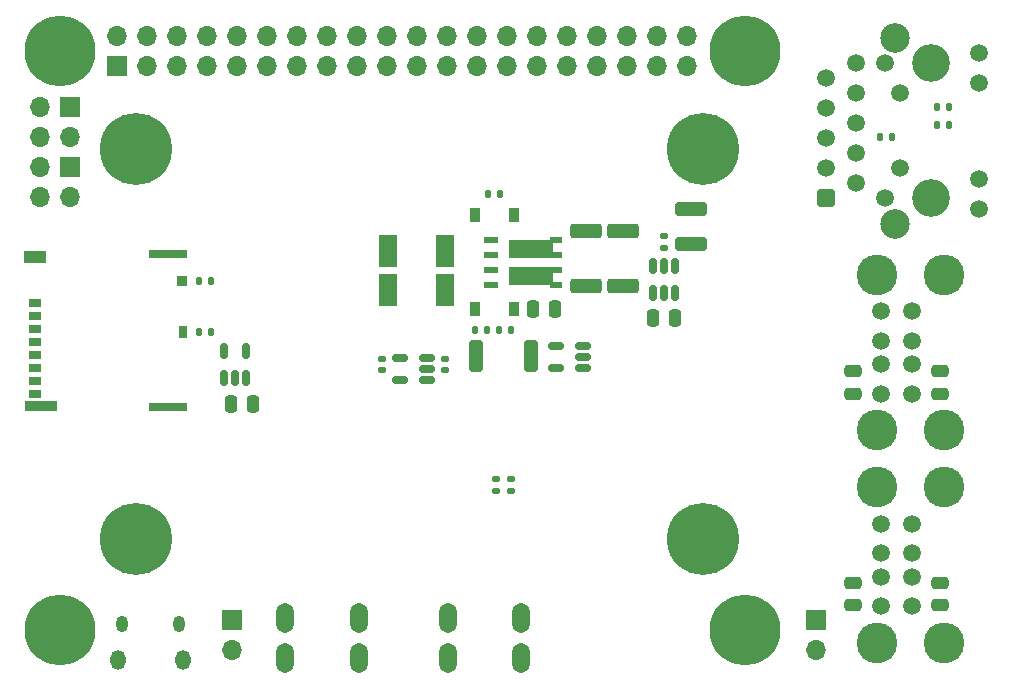
<source format=gbs>
G04 #@! TF.GenerationSoftware,KiCad,Pcbnew,(6.0.2-0)*
G04 #@! TF.CreationDate,2022-04-26T16:32:33-05:00*
G04 #@! TF.ProjectId,Pi2CM4,50693243-4d34-42e6-9b69-6361645f7063,rev?*
G04 #@! TF.SameCoordinates,Original*
G04 #@! TF.FileFunction,Soldermask,Bot*
G04 #@! TF.FilePolarity,Negative*
%FSLAX46Y46*%
G04 Gerber Fmt 4.6, Leading zero omitted, Abs format (unit mm)*
G04 Created by KiCad (PCBNEW (6.0.2-0)) date 2022-04-26 16:32:33*
%MOMM*%
%LPD*%
G01*
G04 APERTURE LIST*
G04 Aperture macros list*
%AMRoundRect*
0 Rectangle with rounded corners*
0 $1 Rounding radius*
0 $2 $3 $4 $5 $6 $7 $8 $9 X,Y pos of 4 corners*
0 Add a 4 corners polygon primitive as box body*
4,1,4,$2,$3,$4,$5,$6,$7,$8,$9,$2,$3,0*
0 Add four circle primitives for the rounded corners*
1,1,$1+$1,$2,$3*
1,1,$1+$1,$4,$5*
1,1,$1+$1,$6,$7*
1,1,$1+$1,$8,$9*
0 Add four rect primitives between the rounded corners*
20,1,$1+$1,$2,$3,$4,$5,0*
20,1,$1+$1,$4,$5,$6,$7,0*
20,1,$1+$1,$6,$7,$8,$9,0*
20,1,$1+$1,$8,$9,$2,$3,0*%
G04 Aperture macros list end*
%ADD10RoundRect,0.250000X-0.250000X-0.475000X0.250000X-0.475000X0.250000X0.475000X-0.250000X0.475000X0*%
%ADD11RoundRect,0.250000X-1.075000X0.362500X-1.075000X-0.362500X1.075000X-0.362500X1.075000X0.362500X0*%
%ADD12RoundRect,0.250000X-0.362500X-1.075000X0.362500X-1.075000X0.362500X1.075000X-0.362500X1.075000X0*%
%ADD13RoundRect,0.250000X1.075000X-0.362500X1.075000X0.362500X-1.075000X0.362500X-1.075000X-0.362500X0*%
%ADD14RoundRect,0.150000X0.512500X0.150000X-0.512500X0.150000X-0.512500X-0.150000X0.512500X-0.150000X0*%
%ADD15RoundRect,0.150000X0.150000X-0.512500X0.150000X0.512500X-0.150000X0.512500X-0.150000X-0.512500X0*%
%ADD16O,1.500000X2.550000*%
%ADD17RoundRect,0.140000X-0.170000X0.140000X-0.170000X-0.140000X0.170000X-0.140000X0.170000X0.140000X0*%
%ADD18RoundRect,0.135000X-0.135000X-0.185000X0.135000X-0.185000X0.135000X0.185000X-0.135000X0.185000X0*%
%ADD19C,6.000000*%
%ADD20RoundRect,0.250000X0.475000X-0.250000X0.475000X0.250000X-0.475000X0.250000X-0.475000X-0.250000X0*%
%ADD21R,0.900000X1.200000*%
%ADD22RoundRect,0.135000X0.135000X0.185000X-0.135000X0.185000X-0.135000X-0.185000X0.135000X-0.185000X0*%
%ADD23C,3.200000*%
%ADD24RoundRect,0.250500X0.499500X-0.499500X0.499500X0.499500X-0.499500X0.499500X-0.499500X-0.499500X0*%
%ADD25C,1.500000*%
%ADD26C,2.500000*%
%ADD27C,3.450000*%
%ADD28R,1.700000X1.700000*%
%ADD29O,1.700000X1.700000*%
%ADD30C,6.100000*%
%ADD31RoundRect,0.250000X1.100000X-0.325000X1.100000X0.325000X-1.100000X0.325000X-1.100000X-0.325000X0*%
%ADD32O,1.300000X1.700000*%
%ADD33O,1.000000X1.400000*%
%ADD34RoundRect,0.250000X0.250000X0.475000X-0.250000X0.475000X-0.250000X-0.475000X0.250000X-0.475000X0*%
%ADD35RoundRect,0.135000X0.185000X-0.135000X0.185000X0.135000X-0.185000X0.135000X-0.185000X-0.135000X0*%
%ADD36R,1.500000X2.700000*%
%ADD37RoundRect,0.135000X-0.185000X0.135000X-0.185000X-0.135000X0.185000X-0.135000X0.185000X0.135000X0*%
%ADD38RoundRect,0.140000X-0.140000X-0.170000X0.140000X-0.170000X0.140000X0.170000X-0.140000X0.170000X0*%
%ADD39R,1.270000X0.610000*%
%ADD40R,1.020000X0.610000*%
%ADD41R,3.810000X1.650000*%
%ADD42R,1.100000X0.700000*%
%ADD43R,0.930000X0.900000*%
%ADD44R,0.780000X1.050000*%
%ADD45R,3.330000X0.700000*%
%ADD46R,2.800000X0.860000*%
%ADD47R,1.830000X1.140000*%
G04 APERTURE END LIST*
D10*
X63567000Y-45339000D03*
X65467000Y-45339000D03*
D11*
X68072000Y-38708500D03*
X68072000Y-43333500D03*
D12*
X58774500Y-49276000D03*
X63399500Y-49276000D03*
D13*
X71247000Y-38708500D03*
X71247000Y-43333500D03*
D14*
X67812500Y-48453000D03*
X67812500Y-49403000D03*
X67812500Y-50353000D03*
X65537500Y-50353000D03*
X65537500Y-48453000D03*
D15*
X39304000Y-51175500D03*
X38354000Y-51175500D03*
X37404000Y-51175500D03*
X37404000Y-48900500D03*
X39304000Y-48900500D03*
D16*
X62600000Y-71470000D03*
X62600000Y-74830000D03*
X56400000Y-71470000D03*
X56400000Y-74830000D03*
D17*
X50800000Y-49558000D03*
X50800000Y-50518000D03*
D18*
X60704000Y-47117000D03*
X61724000Y-47117000D03*
D19*
X81500000Y-23500000D03*
D20*
X90678000Y-70419000D03*
X90678000Y-68519000D03*
D21*
X61976000Y-37338000D03*
X58676000Y-37338000D03*
D22*
X60836000Y-35560000D03*
X59816000Y-35560000D03*
D23*
X97250000Y-24535000D03*
X97250000Y-35965000D03*
D24*
X88360000Y-35965000D03*
D25*
X90900000Y-34695000D03*
X88360000Y-33425000D03*
X90900000Y-32155000D03*
X88360000Y-30885000D03*
X90900000Y-29615000D03*
X88360000Y-28345000D03*
X90900000Y-27075000D03*
X88360000Y-25805000D03*
X90900000Y-24535000D03*
X93420000Y-35965000D03*
X94690000Y-33425000D03*
X94690000Y-27075000D03*
X93420000Y-24535000D03*
X101310000Y-36880000D03*
X101310000Y-34340000D03*
X101310000Y-26160000D03*
X101310000Y-23620000D03*
D26*
X94200000Y-38125000D03*
X94200000Y-22375000D03*
D20*
X98044000Y-52512000D03*
X98044000Y-50612000D03*
D19*
X81500000Y-72500000D03*
D27*
X92680000Y-42430000D03*
X92680000Y-55570000D03*
X98360000Y-42430000D03*
X98360000Y-55570000D03*
D25*
X95650000Y-45500000D03*
X95650000Y-48000000D03*
X95650000Y-50000000D03*
X95650000Y-52500000D03*
X93030000Y-45500000D03*
X93030000Y-48000000D03*
X93030000Y-50000000D03*
X93030000Y-52500000D03*
D19*
X23500000Y-72500000D03*
D25*
X93030000Y-70500000D03*
X93030000Y-68000000D03*
X93030000Y-66000000D03*
X93030000Y-63500000D03*
X95650000Y-70500000D03*
X95650000Y-68000000D03*
X95650000Y-66000000D03*
X95650000Y-63500000D03*
D27*
X98360000Y-73570000D03*
X98360000Y-60430000D03*
X92680000Y-73570000D03*
X92680000Y-60430000D03*
D16*
X48820000Y-71470000D03*
X48820000Y-74830000D03*
X42620000Y-71470000D03*
X42620000Y-74830000D03*
D17*
X56134000Y-49558000D03*
X56134000Y-50518000D03*
D28*
X38100000Y-71623000D03*
D29*
X38100000Y-74163000D03*
D28*
X87528000Y-71628000D03*
D29*
X87528000Y-74168000D03*
D30*
X30000000Y-64760000D03*
X78000000Y-64760000D03*
X30000000Y-31760000D03*
X78000000Y-31760000D03*
D20*
X90678000Y-52512000D03*
X90678000Y-50612000D03*
D31*
X76962000Y-39829000D03*
X76962000Y-36879000D03*
D20*
X98044000Y-70419000D03*
X98044000Y-68519000D03*
D32*
X28474988Y-75030000D03*
D33*
X28774988Y-72000000D03*
D32*
X33924988Y-75030000D03*
D33*
X33624988Y-72000000D03*
D28*
X24404000Y-28214000D03*
D29*
X21864000Y-28214000D03*
X24404000Y-30754000D03*
X21864000Y-30754000D03*
D19*
X23500000Y-23500000D03*
D22*
X59692000Y-47117000D03*
X58672000Y-47117000D03*
D21*
X61976000Y-45339000D03*
X58676000Y-45339000D03*
D34*
X75626000Y-46101000D03*
X73726000Y-46101000D03*
D28*
X28369997Y-24770001D03*
D29*
X28369997Y-22230001D03*
X30909997Y-24770001D03*
X30909997Y-22230001D03*
X33449997Y-24770001D03*
X33449997Y-22230001D03*
X35989997Y-24770001D03*
X35989997Y-22230001D03*
X38529997Y-24770001D03*
X38529997Y-22230001D03*
X41069997Y-24770001D03*
X41069997Y-22230001D03*
X43609997Y-24770001D03*
X43609997Y-22230001D03*
X46149997Y-24770001D03*
X46149997Y-22230001D03*
X48689997Y-24770001D03*
X48689997Y-22230001D03*
X51229997Y-24770001D03*
X51229997Y-22230001D03*
X53769997Y-24770001D03*
X53769997Y-22230001D03*
X56309997Y-24770001D03*
X56309997Y-22230001D03*
X58849997Y-24770001D03*
X58849997Y-22230001D03*
X61389997Y-24770001D03*
X61389997Y-22230001D03*
X63929997Y-24770001D03*
X63929997Y-22230001D03*
X66469997Y-24770001D03*
X66469997Y-22230001D03*
X69009997Y-24770001D03*
X69009997Y-22230001D03*
X71549997Y-24770001D03*
X71549997Y-22230001D03*
X74089997Y-24770001D03*
X74089997Y-22230001D03*
X76629997Y-24770001D03*
X76629997Y-22230001D03*
D15*
X75626000Y-43936500D03*
X74676000Y-43936500D03*
X73726000Y-43936500D03*
X73726000Y-41661500D03*
X74676000Y-41661500D03*
X75626000Y-41661500D03*
D35*
X74676000Y-40134000D03*
X74676000Y-39114000D03*
D28*
X24404000Y-33294000D03*
D29*
X21864000Y-33294000D03*
X24404000Y-35834000D03*
X21864000Y-35834000D03*
D14*
X54604500Y-49469000D03*
X54604500Y-50419000D03*
X54604500Y-51369000D03*
X52329500Y-51369000D03*
X52329500Y-49469000D03*
D22*
X98810000Y-29718000D03*
X97790000Y-29718000D03*
D36*
X56134000Y-40399000D03*
X51334000Y-40399000D03*
D37*
X60452000Y-59688000D03*
X60452000Y-60708000D03*
D22*
X36324000Y-47244000D03*
X35304000Y-47244000D03*
D34*
X39878000Y-53340000D03*
X37978000Y-53340000D03*
D36*
X51334000Y-43701000D03*
X56134000Y-43701000D03*
D38*
X92992000Y-30734000D03*
X93952000Y-30734000D03*
D39*
X60068000Y-43307000D03*
X60068000Y-42037000D03*
X60068000Y-40767000D03*
X60068000Y-39497000D03*
D40*
X65533000Y-39497000D03*
D41*
X63428000Y-40272000D03*
D40*
X65533000Y-40767000D03*
X65533000Y-42037000D03*
D41*
X63428000Y-42532000D03*
D40*
X65533000Y-43307000D03*
D22*
X36324000Y-42926000D03*
X35304000Y-42926000D03*
D42*
X21440000Y-44780000D03*
X21440000Y-45880000D03*
X21440000Y-46980000D03*
X21440000Y-48080000D03*
X21440000Y-49180000D03*
X21440000Y-50280000D03*
X21440000Y-51380000D03*
X21440000Y-52480000D03*
D43*
X33905000Y-42990000D03*
D44*
X33980000Y-47255000D03*
D45*
X32705000Y-40680000D03*
X32705000Y-53640000D03*
D46*
X21940000Y-53560000D03*
D47*
X21455000Y-40900000D03*
D22*
X98808000Y-28194000D03*
X97788000Y-28194000D03*
D35*
X61722000Y-60708000D03*
X61722000Y-59688000D03*
M02*

</source>
